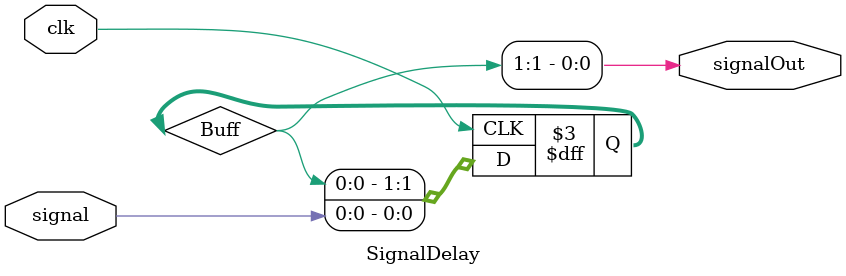
<source format=v>

module SignalDelay (
           input  clk,
           input signal,
           output signalOut
       );
/////////////////////////////////////////////
// parameter and signals
/////////////////////////////////////////////
// parameter
parameter length = 1;
// regs or wires
reg [length:0] Buff = 0;
/////////////////////////////////////////////
// main code
/////////////////////////////////////////////
always @ (posedge clk) begin
    Buff <= {Buff[length - 1 : 0],signal};
end

assign signalOut = Buff[length];
/////////////////////////////////////////////
// code end
/////////////////////////////////////////////
endmodule

</source>
